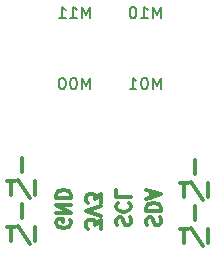
<source format=gbo>
G04 #@! TF.GenerationSoftware,KiCad,Pcbnew,7.0.1-3b83917a11~172~ubuntu22.04.1*
G04 #@! TF.CreationDate,2023-07-24T14:11:42+02:00*
G04 #@! TF.ProjectId,mag_touch2x2,6d61675f-746f-4756-9368-3278322e6b69,rev?*
G04 #@! TF.SameCoordinates,Original*
G04 #@! TF.FileFunction,Legend,Bot*
G04 #@! TF.FilePolarity,Positive*
%FSLAX46Y46*%
G04 Gerber Fmt 4.6, Leading zero omitted, Abs format (unit mm)*
G04 Created by KiCad (PCBNEW 7.0.1-3b83917a11~172~ubuntu22.04.1) date 2023-07-24 14:11:42*
%MOMM*%
%LPD*%
G01*
G04 APERTURE LIST*
%ADD10C,0.300000*%
%ADD11C,0.150000*%
%ADD12C,0.500000*%
%ADD13C,1.500000*%
%ADD14R,2.286000X2.286000*%
%ADD15C,0.800000*%
G04 APERTURE END LIST*
D10*
X32199999Y-53621142D02*
X32199999Y-52421142D01*
X33285714Y-55565142D02*
X33285714Y-54365142D01*
X31857142Y-54308000D02*
X32885714Y-55850857D01*
X31628571Y-54365142D02*
X30942857Y-54365142D01*
X31285714Y-55565142D02*
X31285714Y-54365142D01*
X32199999Y-57509142D02*
X32199999Y-56309142D01*
X33285714Y-59453142D02*
X33285714Y-58253142D01*
X31857142Y-58196000D02*
X32885714Y-59738857D01*
X31628571Y-58253142D02*
X30942857Y-58253142D01*
X31285714Y-59453142D02*
X31285714Y-58253142D01*
X17525999Y-53457142D02*
X17525999Y-52257142D01*
X18611714Y-55401142D02*
X18611714Y-54201142D01*
X17183142Y-54144000D02*
X18211714Y-55686857D01*
X16954571Y-54201142D02*
X16268857Y-54201142D01*
X16611714Y-55401142D02*
X16611714Y-54201142D01*
X17525999Y-57345142D02*
X17525999Y-56145142D01*
X18611714Y-59289142D02*
X18611714Y-58089142D01*
X17183142Y-58032000D02*
X18211714Y-59574857D01*
X16954571Y-58089142D02*
X16268857Y-58089142D01*
X16611714Y-59289142D02*
X16611714Y-58089142D01*
X28144000Y-57971428D02*
X28086857Y-57800000D01*
X28086857Y-57800000D02*
X28086857Y-57514285D01*
X28086857Y-57514285D02*
X28144000Y-57400000D01*
X28144000Y-57400000D02*
X28201142Y-57342857D01*
X28201142Y-57342857D02*
X28315428Y-57285714D01*
X28315428Y-57285714D02*
X28429714Y-57285714D01*
X28429714Y-57285714D02*
X28544000Y-57342857D01*
X28544000Y-57342857D02*
X28601142Y-57400000D01*
X28601142Y-57400000D02*
X28658285Y-57514285D01*
X28658285Y-57514285D02*
X28715428Y-57742857D01*
X28715428Y-57742857D02*
X28772571Y-57857142D01*
X28772571Y-57857142D02*
X28829714Y-57914285D01*
X28829714Y-57914285D02*
X28944000Y-57971428D01*
X28944000Y-57971428D02*
X29058285Y-57971428D01*
X29058285Y-57971428D02*
X29172571Y-57914285D01*
X29172571Y-57914285D02*
X29229714Y-57857142D01*
X29229714Y-57857142D02*
X29286857Y-57742857D01*
X29286857Y-57742857D02*
X29286857Y-57457142D01*
X29286857Y-57457142D02*
X29229714Y-57285714D01*
X28086857Y-56771428D02*
X29286857Y-56771428D01*
X29286857Y-56771428D02*
X29286857Y-56485714D01*
X29286857Y-56485714D02*
X29229714Y-56314285D01*
X29229714Y-56314285D02*
X29115428Y-56200000D01*
X29115428Y-56200000D02*
X29001142Y-56142857D01*
X29001142Y-56142857D02*
X28772571Y-56085714D01*
X28772571Y-56085714D02*
X28601142Y-56085714D01*
X28601142Y-56085714D02*
X28372571Y-56142857D01*
X28372571Y-56142857D02*
X28258285Y-56200000D01*
X28258285Y-56200000D02*
X28144000Y-56314285D01*
X28144000Y-56314285D02*
X28086857Y-56485714D01*
X28086857Y-56485714D02*
X28086857Y-56771428D01*
X28429714Y-55628571D02*
X28429714Y-55057143D01*
X28086857Y-55742857D02*
X29286857Y-55342857D01*
X29286857Y-55342857D02*
X28086857Y-54942857D01*
X25604000Y-57971428D02*
X25546857Y-57800000D01*
X25546857Y-57800000D02*
X25546857Y-57514285D01*
X25546857Y-57514285D02*
X25604000Y-57400000D01*
X25604000Y-57400000D02*
X25661142Y-57342857D01*
X25661142Y-57342857D02*
X25775428Y-57285714D01*
X25775428Y-57285714D02*
X25889714Y-57285714D01*
X25889714Y-57285714D02*
X26004000Y-57342857D01*
X26004000Y-57342857D02*
X26061142Y-57400000D01*
X26061142Y-57400000D02*
X26118285Y-57514285D01*
X26118285Y-57514285D02*
X26175428Y-57742857D01*
X26175428Y-57742857D02*
X26232571Y-57857142D01*
X26232571Y-57857142D02*
X26289714Y-57914285D01*
X26289714Y-57914285D02*
X26404000Y-57971428D01*
X26404000Y-57971428D02*
X26518285Y-57971428D01*
X26518285Y-57971428D02*
X26632571Y-57914285D01*
X26632571Y-57914285D02*
X26689714Y-57857142D01*
X26689714Y-57857142D02*
X26746857Y-57742857D01*
X26746857Y-57742857D02*
X26746857Y-57457142D01*
X26746857Y-57457142D02*
X26689714Y-57285714D01*
X25661142Y-56085714D02*
X25604000Y-56142857D01*
X25604000Y-56142857D02*
X25546857Y-56314285D01*
X25546857Y-56314285D02*
X25546857Y-56428571D01*
X25546857Y-56428571D02*
X25604000Y-56600000D01*
X25604000Y-56600000D02*
X25718285Y-56714285D01*
X25718285Y-56714285D02*
X25832571Y-56771428D01*
X25832571Y-56771428D02*
X26061142Y-56828571D01*
X26061142Y-56828571D02*
X26232571Y-56828571D01*
X26232571Y-56828571D02*
X26461142Y-56771428D01*
X26461142Y-56771428D02*
X26575428Y-56714285D01*
X26575428Y-56714285D02*
X26689714Y-56600000D01*
X26689714Y-56600000D02*
X26746857Y-56428571D01*
X26746857Y-56428571D02*
X26746857Y-56314285D01*
X26746857Y-56314285D02*
X26689714Y-56142857D01*
X26689714Y-56142857D02*
X26632571Y-56085714D01*
X25546857Y-55000000D02*
X25546857Y-55571428D01*
X25546857Y-55571428D02*
X26746857Y-55571428D01*
X24206857Y-58248571D02*
X24206857Y-57505714D01*
X24206857Y-57505714D02*
X23749714Y-57905714D01*
X23749714Y-57905714D02*
X23749714Y-57734285D01*
X23749714Y-57734285D02*
X23692571Y-57620000D01*
X23692571Y-57620000D02*
X23635428Y-57562857D01*
X23635428Y-57562857D02*
X23521142Y-57505714D01*
X23521142Y-57505714D02*
X23235428Y-57505714D01*
X23235428Y-57505714D02*
X23121142Y-57562857D01*
X23121142Y-57562857D02*
X23064000Y-57620000D01*
X23064000Y-57620000D02*
X23006857Y-57734285D01*
X23006857Y-57734285D02*
X23006857Y-58077142D01*
X23006857Y-58077142D02*
X23064000Y-58191428D01*
X23064000Y-58191428D02*
X23121142Y-58248571D01*
X24206857Y-57162857D02*
X23006857Y-56762857D01*
X23006857Y-56762857D02*
X24206857Y-56362857D01*
X24206857Y-56077143D02*
X24206857Y-55334286D01*
X24206857Y-55334286D02*
X23749714Y-55734286D01*
X23749714Y-55734286D02*
X23749714Y-55562857D01*
X23749714Y-55562857D02*
X23692571Y-55448572D01*
X23692571Y-55448572D02*
X23635428Y-55391429D01*
X23635428Y-55391429D02*
X23521142Y-55334286D01*
X23521142Y-55334286D02*
X23235428Y-55334286D01*
X23235428Y-55334286D02*
X23121142Y-55391429D01*
X23121142Y-55391429D02*
X23064000Y-55448572D01*
X23064000Y-55448572D02*
X23006857Y-55562857D01*
X23006857Y-55562857D02*
X23006857Y-55905714D01*
X23006857Y-55905714D02*
X23064000Y-56020000D01*
X23064000Y-56020000D02*
X23121142Y-56077143D01*
X21609714Y-57505714D02*
X21666857Y-57620000D01*
X21666857Y-57620000D02*
X21666857Y-57791428D01*
X21666857Y-57791428D02*
X21609714Y-57962857D01*
X21609714Y-57962857D02*
X21495428Y-58077142D01*
X21495428Y-58077142D02*
X21381142Y-58134285D01*
X21381142Y-58134285D02*
X21152571Y-58191428D01*
X21152571Y-58191428D02*
X20981142Y-58191428D01*
X20981142Y-58191428D02*
X20752571Y-58134285D01*
X20752571Y-58134285D02*
X20638285Y-58077142D01*
X20638285Y-58077142D02*
X20524000Y-57962857D01*
X20524000Y-57962857D02*
X20466857Y-57791428D01*
X20466857Y-57791428D02*
X20466857Y-57677142D01*
X20466857Y-57677142D02*
X20524000Y-57505714D01*
X20524000Y-57505714D02*
X20581142Y-57448571D01*
X20581142Y-57448571D02*
X20981142Y-57448571D01*
X20981142Y-57448571D02*
X20981142Y-57677142D01*
X20466857Y-56934285D02*
X21666857Y-56934285D01*
X21666857Y-56934285D02*
X20466857Y-56248571D01*
X20466857Y-56248571D02*
X21666857Y-56248571D01*
X20466857Y-55677142D02*
X21666857Y-55677142D01*
X21666857Y-55677142D02*
X21666857Y-55391428D01*
X21666857Y-55391428D02*
X21609714Y-55219999D01*
X21609714Y-55219999D02*
X21495428Y-55105714D01*
X21495428Y-55105714D02*
X21381142Y-55048571D01*
X21381142Y-55048571D02*
X21152571Y-54991428D01*
X21152571Y-54991428D02*
X20981142Y-54991428D01*
X20981142Y-54991428D02*
X20752571Y-55048571D01*
X20752571Y-55048571D02*
X20638285Y-55105714D01*
X20638285Y-55105714D02*
X20524000Y-55219999D01*
X20524000Y-55219999D02*
X20466857Y-55391428D01*
X20466857Y-55391428D02*
X20466857Y-55677142D01*
D11*
X29285713Y-40462619D02*
X29285713Y-39462619D01*
X29285713Y-39462619D02*
X28952380Y-40176904D01*
X28952380Y-40176904D02*
X28619047Y-39462619D01*
X28619047Y-39462619D02*
X28619047Y-40462619D01*
X27619047Y-40462619D02*
X28190475Y-40462619D01*
X27904761Y-40462619D02*
X27904761Y-39462619D01*
X27904761Y-39462619D02*
X27999999Y-39605476D01*
X27999999Y-39605476D02*
X28095237Y-39700714D01*
X28095237Y-39700714D02*
X28190475Y-39748333D01*
X26999999Y-39462619D02*
X26904761Y-39462619D01*
X26904761Y-39462619D02*
X26809523Y-39510238D01*
X26809523Y-39510238D02*
X26761904Y-39557857D01*
X26761904Y-39557857D02*
X26714285Y-39653095D01*
X26714285Y-39653095D02*
X26666666Y-39843571D01*
X26666666Y-39843571D02*
X26666666Y-40081666D01*
X26666666Y-40081666D02*
X26714285Y-40272142D01*
X26714285Y-40272142D02*
X26761904Y-40367380D01*
X26761904Y-40367380D02*
X26809523Y-40415000D01*
X26809523Y-40415000D02*
X26904761Y-40462619D01*
X26904761Y-40462619D02*
X26999999Y-40462619D01*
X26999999Y-40462619D02*
X27095237Y-40415000D01*
X27095237Y-40415000D02*
X27142856Y-40367380D01*
X27142856Y-40367380D02*
X27190475Y-40272142D01*
X27190475Y-40272142D02*
X27238094Y-40081666D01*
X27238094Y-40081666D02*
X27238094Y-39843571D01*
X27238094Y-39843571D02*
X27190475Y-39653095D01*
X27190475Y-39653095D02*
X27142856Y-39557857D01*
X27142856Y-39557857D02*
X27095237Y-39510238D01*
X27095237Y-39510238D02*
X26999999Y-39462619D01*
X29285713Y-46462619D02*
X29285713Y-45462619D01*
X29285713Y-45462619D02*
X28952380Y-46176904D01*
X28952380Y-46176904D02*
X28619047Y-45462619D01*
X28619047Y-45462619D02*
X28619047Y-46462619D01*
X27952380Y-45462619D02*
X27857142Y-45462619D01*
X27857142Y-45462619D02*
X27761904Y-45510238D01*
X27761904Y-45510238D02*
X27714285Y-45557857D01*
X27714285Y-45557857D02*
X27666666Y-45653095D01*
X27666666Y-45653095D02*
X27619047Y-45843571D01*
X27619047Y-45843571D02*
X27619047Y-46081666D01*
X27619047Y-46081666D02*
X27666666Y-46272142D01*
X27666666Y-46272142D02*
X27714285Y-46367380D01*
X27714285Y-46367380D02*
X27761904Y-46415000D01*
X27761904Y-46415000D02*
X27857142Y-46462619D01*
X27857142Y-46462619D02*
X27952380Y-46462619D01*
X27952380Y-46462619D02*
X28047618Y-46415000D01*
X28047618Y-46415000D02*
X28095237Y-46367380D01*
X28095237Y-46367380D02*
X28142856Y-46272142D01*
X28142856Y-46272142D02*
X28190475Y-46081666D01*
X28190475Y-46081666D02*
X28190475Y-45843571D01*
X28190475Y-45843571D02*
X28142856Y-45653095D01*
X28142856Y-45653095D02*
X28095237Y-45557857D01*
X28095237Y-45557857D02*
X28047618Y-45510238D01*
X28047618Y-45510238D02*
X27952380Y-45462619D01*
X26666666Y-46462619D02*
X27238094Y-46462619D01*
X26952380Y-46462619D02*
X26952380Y-45462619D01*
X26952380Y-45462619D02*
X27047618Y-45605476D01*
X27047618Y-45605476D02*
X27142856Y-45700714D01*
X27142856Y-45700714D02*
X27238094Y-45748333D01*
X23285713Y-46462619D02*
X23285713Y-45462619D01*
X23285713Y-45462619D02*
X22952380Y-46176904D01*
X22952380Y-46176904D02*
X22619047Y-45462619D01*
X22619047Y-45462619D02*
X22619047Y-46462619D01*
X21952380Y-45462619D02*
X21857142Y-45462619D01*
X21857142Y-45462619D02*
X21761904Y-45510238D01*
X21761904Y-45510238D02*
X21714285Y-45557857D01*
X21714285Y-45557857D02*
X21666666Y-45653095D01*
X21666666Y-45653095D02*
X21619047Y-45843571D01*
X21619047Y-45843571D02*
X21619047Y-46081666D01*
X21619047Y-46081666D02*
X21666666Y-46272142D01*
X21666666Y-46272142D02*
X21714285Y-46367380D01*
X21714285Y-46367380D02*
X21761904Y-46415000D01*
X21761904Y-46415000D02*
X21857142Y-46462619D01*
X21857142Y-46462619D02*
X21952380Y-46462619D01*
X21952380Y-46462619D02*
X22047618Y-46415000D01*
X22047618Y-46415000D02*
X22095237Y-46367380D01*
X22095237Y-46367380D02*
X22142856Y-46272142D01*
X22142856Y-46272142D02*
X22190475Y-46081666D01*
X22190475Y-46081666D02*
X22190475Y-45843571D01*
X22190475Y-45843571D02*
X22142856Y-45653095D01*
X22142856Y-45653095D02*
X22095237Y-45557857D01*
X22095237Y-45557857D02*
X22047618Y-45510238D01*
X22047618Y-45510238D02*
X21952380Y-45462619D01*
X20999999Y-45462619D02*
X20904761Y-45462619D01*
X20904761Y-45462619D02*
X20809523Y-45510238D01*
X20809523Y-45510238D02*
X20761904Y-45557857D01*
X20761904Y-45557857D02*
X20714285Y-45653095D01*
X20714285Y-45653095D02*
X20666666Y-45843571D01*
X20666666Y-45843571D02*
X20666666Y-46081666D01*
X20666666Y-46081666D02*
X20714285Y-46272142D01*
X20714285Y-46272142D02*
X20761904Y-46367380D01*
X20761904Y-46367380D02*
X20809523Y-46415000D01*
X20809523Y-46415000D02*
X20904761Y-46462619D01*
X20904761Y-46462619D02*
X20999999Y-46462619D01*
X20999999Y-46462619D02*
X21095237Y-46415000D01*
X21095237Y-46415000D02*
X21142856Y-46367380D01*
X21142856Y-46367380D02*
X21190475Y-46272142D01*
X21190475Y-46272142D02*
X21238094Y-46081666D01*
X21238094Y-46081666D02*
X21238094Y-45843571D01*
X21238094Y-45843571D02*
X21190475Y-45653095D01*
X21190475Y-45653095D02*
X21142856Y-45557857D01*
X21142856Y-45557857D02*
X21095237Y-45510238D01*
X21095237Y-45510238D02*
X20999999Y-45462619D01*
X23285713Y-40462619D02*
X23285713Y-39462619D01*
X23285713Y-39462619D02*
X22952380Y-40176904D01*
X22952380Y-40176904D02*
X22619047Y-39462619D01*
X22619047Y-39462619D02*
X22619047Y-40462619D01*
X21619047Y-40462619D02*
X22190475Y-40462619D01*
X21904761Y-40462619D02*
X21904761Y-39462619D01*
X21904761Y-39462619D02*
X21999999Y-39605476D01*
X21999999Y-39605476D02*
X22095237Y-39700714D01*
X22095237Y-39700714D02*
X22190475Y-39748333D01*
X20666666Y-40462619D02*
X21238094Y-40462619D01*
X20952380Y-40462619D02*
X20952380Y-39462619D01*
X20952380Y-39462619D02*
X21047618Y-39605476D01*
X21047618Y-39605476D02*
X21142856Y-39700714D01*
X21142856Y-39700714D02*
X21238094Y-39748333D01*
%LPC*%
D12*
X25000000Y-46000000D03*
D13*
X17500000Y-63000000D03*
X32500000Y-62992000D03*
X25000000Y-36540000D03*
D14*
X32512000Y-44540000D03*
X32512000Y-42000000D03*
X17526000Y-50600000D03*
X17526000Y-48060000D03*
X28810000Y-60100000D03*
X26270000Y-60100000D03*
X23730000Y-60100000D03*
X21190000Y-60100000D03*
X17526000Y-44704000D03*
X17526000Y-42164000D03*
X32512000Y-50470000D03*
X32512000Y-47930000D03*
D15*
X28000000Y-43000000D03*
X28000000Y-49000000D03*
X22000000Y-49000000D03*
X22000000Y-43000000D03*
X19800000Y-54000000D03*
X29600000Y-51800000D03*
X30200000Y-45000500D03*
X19443000Y-48499500D03*
X19386562Y-42829500D03*
X24892000Y-47752000D03*
X26600000Y-53000000D03*
X19200000Y-44600000D03*
X19400000Y-50000000D03*
X20000000Y-45400000D03*
X20400000Y-50800000D03*
X27677511Y-52167561D03*
X26000000Y-45200000D03*
M02*

</source>
